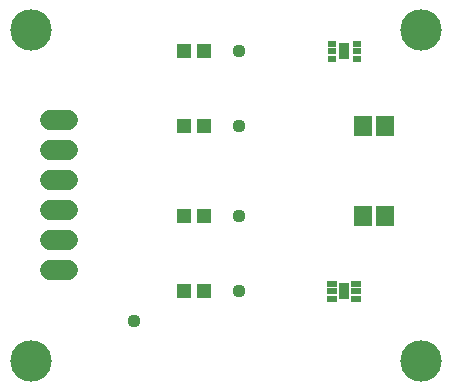
<source format=gbr>
G04 EAGLE Gerber RS-274X export*
G75*
%MOMM*%
%FSLAX34Y34*%
%LPD*%
%INSoldermask Top*%
%IPPOS*%
%AMOC8*
5,1,8,0,0,1.08239X$1,22.5*%
G01*
%ADD10C,3.503200*%
%ADD11R,1.503200X1.703200*%
%ADD12R,0.953200X0.503200*%
%ADD13R,0.863600X1.473200*%
%ADD14R,0.803200X0.553200*%
%ADD15R,0.838200X1.473200*%
%ADD16R,1.203200X1.303200*%
%ADD17C,1.711200*%
%ADD18C,1.117600*%


D10*
X40000Y320000D03*
X40000Y40000D03*
X370000Y40000D03*
X370000Y320000D03*
D11*
X339700Y162400D03*
X320700Y162400D03*
X339700Y238600D03*
X320700Y238600D03*
D12*
X314800Y92400D03*
X314800Y98900D03*
X314800Y105400D03*
X294800Y105400D03*
X294800Y98900D03*
X294800Y92400D03*
D13*
X304800Y98900D03*
D14*
X294300Y308600D03*
X294300Y302100D03*
X294300Y295600D03*
X315300Y295600D03*
X315300Y302100D03*
X315300Y308600D03*
D15*
X304800Y302100D03*
D16*
X169300Y98900D03*
X186300Y98900D03*
X169300Y162400D03*
X186300Y162400D03*
X169300Y238600D03*
X186300Y238600D03*
D17*
X71040Y117000D02*
X55960Y117000D01*
X55960Y142400D02*
X71040Y142400D01*
X71040Y167800D02*
X55960Y167800D01*
X55960Y193200D02*
X71040Y193200D01*
X71040Y218600D02*
X55960Y218600D01*
X55960Y244000D02*
X71040Y244000D01*
D16*
X169300Y302100D03*
X186300Y302100D03*
D18*
X127000Y73500D03*
X215900Y98900D03*
X215900Y162400D03*
X215900Y238600D03*
X215900Y302100D03*
M02*

</source>
